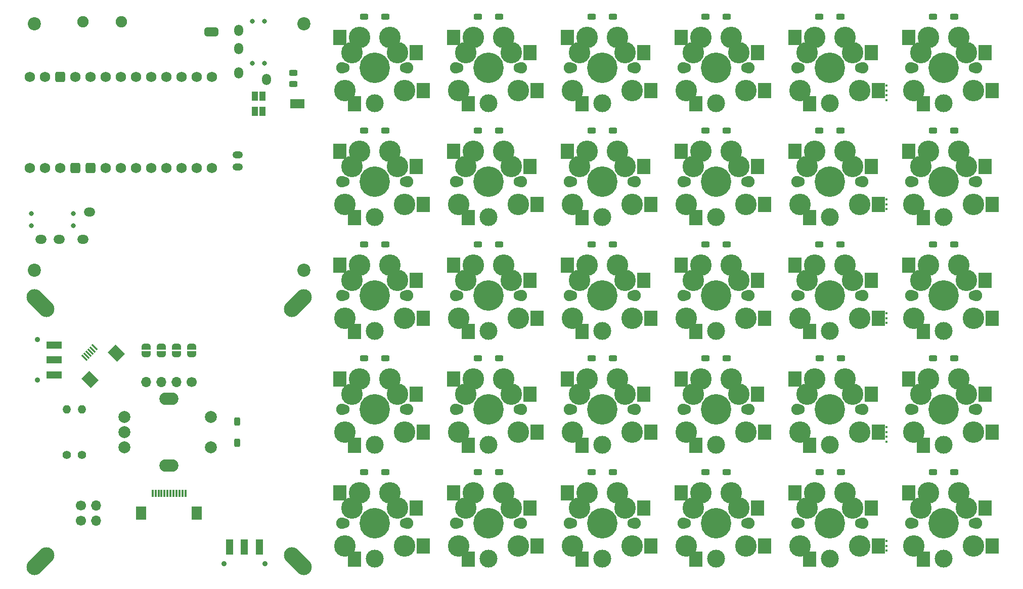
<source format=gbr>
%TF.GenerationSoftware,KiCad,Pcbnew,9.0.5-9.0.5~ubuntu24.04.1*%
%TF.CreationDate,2025-11-20T23:24:55+08:00*%
%TF.ProjectId,TPS,5450532e-6b69-4636-9164-5f7063625858,rev?*%
%TF.SameCoordinates,Original*%
%TF.FileFunction,Soldermask,Top*%
%TF.FilePolarity,Negative*%
%FSLAX46Y46*%
G04 Gerber Fmt 4.6, Leading zero omitted, Abs format (unit mm)*
G04 Created by KiCad (PCBNEW 9.0.5-9.0.5~ubuntu24.04.1) date 2025-11-20 23:24:55*
%MOMM*%
%LPD*%
G01*
G04 APERTURE LIST*
G04 Aperture macros list*
%AMRoundRect*
0 Rectangle with rounded corners*
0 $1 Rounding radius*
0 $2 $3 $4 $5 $6 $7 $8 $9 X,Y pos of 4 corners*
0 Add a 4 corners polygon primitive as box body*
4,1,4,$2,$3,$4,$5,$6,$7,$8,$9,$2,$3,0*
0 Add four circle primitives for the rounded corners*
1,1,$1+$1,$2,$3*
1,1,$1+$1,$4,$5*
1,1,$1+$1,$6,$7*
1,1,$1+$1,$8,$9*
0 Add four rect primitives between the rounded corners*
20,1,$1+$1,$2,$3,$4,$5,0*
20,1,$1+$1,$4,$5,$6,$7,0*
20,1,$1+$1,$6,$7,$8,$9,0*
20,1,$1+$1,$8,$9,$2,$3,0*%
%AMHorizOval*
0 Thick line with rounded ends*
0 $1 width*
0 $2 $3 position (X,Y) of the first rounded end (center of the circle)*
0 $4 $5 position (X,Y) of the second rounded end (center of the circle)*
0 Add line between two ends*
20,1,$1,$2,$3,$4,$5,0*
0 Add two circle primitives to create the rounded ends*
1,1,$1,$2,$3*
1,1,$1,$4,$5*%
%AMRotRect*
0 Rectangle, with rotation*
0 The origin of the aperture is its center*
0 $1 length*
0 $2 width*
0 $3 Rotation angle, in degrees counterclockwise*
0 Add horizontal line*
21,1,$1,$2,0,0,$3*%
%AMOutline4P*
0 Free polygon, 4 corners , with rotation*
0 The origin of the aperture is its center*
0 number of corners: always 4*
0 $1 to $8 corner X, Y*
0 $9 Rotation angle, in degrees counterclockwise*
0 create outline with 4 corners*
4,1,4,$1,$2,$3,$4,$5,$6,$7,$8,$1,$2,$9*%
%AMFreePoly0*
4,1,23,0.500000,-0.750000,0.000000,-0.750000,0.000000,-0.745722,-0.065263,-0.745722,-0.191342,-0.711940,-0.304381,-0.646677,-0.396677,-0.554381,-0.461940,-0.441342,-0.495722,-0.315263,-0.495722,-0.250000,-0.500000,-0.250000,-0.500000,0.250000,-0.495722,0.250000,-0.495722,0.315263,-0.461940,0.441342,-0.396677,0.554381,-0.304381,0.646677,-0.191342,0.711940,-0.065263,0.745722,0.000000,0.745722,
0.000000,0.750000,0.500000,0.750000,0.500000,-0.750000,0.500000,-0.750000,$1*%
%AMFreePoly1*
4,1,23,0.000000,0.745722,0.065263,0.745722,0.191342,0.711940,0.304381,0.646677,0.396677,0.554381,0.461940,0.441342,0.495722,0.315263,0.495722,0.250000,0.500000,0.250000,0.500000,-0.250000,0.495722,-0.250000,0.495722,-0.315263,0.461940,-0.441342,0.396677,-0.554381,0.304381,-0.646677,0.191342,-0.711940,0.065263,-0.745722,0.000000,-0.745722,0.000000,-0.750000,-0.500000,-0.750000,
-0.500000,0.750000,0.000000,0.750000,0.000000,0.745722,0.000000,0.745722,$1*%
G04 Aperture macros list end*
%ADD10C,0.800000*%
%ADD11O,1.900000X1.500000*%
%ADD12O,1.500000X1.900000*%
%ADD13RoundRect,0.250000X-0.450000X-0.250000X0.450000X-0.250000X0.450000X0.250000X-0.450000X0.250000X0*%
%ADD14HorizOval,2.700000X0.989949X0.989949X-0.989949X-0.989949X0*%
%ADD15C,0.450000*%
%ADD16C,1.900000*%
%ADD17C,1.750000*%
%ADD18C,5.100000*%
%ADD19C,3.000000*%
%ADD20Outline4P,-1.079500X-1.250000X1.079500X-1.250000X1.079500X1.250000X-1.079500X1.250000X180.000000*%
%ADD21C,3.600000*%
%ADD22C,2.200000*%
%ADD23R,1.000000X1.500000*%
%ADD24FreePoly0,90.000000*%
%ADD25FreePoly1,90.000000*%
%ADD26RoundRect,0.250000X-0.250000X0.450000X-0.250000X-0.450000X0.250000X-0.450000X0.250000X0.450000X0*%
%ADD27C,2.000000*%
%ADD28O,3.200000X2.100000*%
%ADD29C,1.400000*%
%ADD30O,1.400000X1.400000*%
%ADD31RotRect,0.300000X1.300000X45.000000*%
%ADD32RotRect,1.800000X2.200000X45.000000*%
%ADD33HorizOval,2.700000X-0.989949X-0.989949X0.989949X0.989949X0*%
%ADD34FreePoly0,0.000000*%
%ADD35FreePoly1,0.000000*%
%ADD36RoundRect,0.243750X0.456250X-0.243750X0.456250X0.243750X-0.456250X0.243750X-0.456250X-0.243750X0*%
%ADD37C,0.900000*%
%ADD38Outline4P,-0.600000X-1.250000X0.600000X-1.250000X0.600000X1.250000X-0.600000X1.250000X270.000000*%
%ADD39C,1.700000*%
%ADD40O,1.700000X1.700000*%
%ADD41HorizOval,2.700000X-0.989949X0.989949X0.989949X-0.989949X0*%
%ADD42O,1.750000X1.200000*%
%ADD43R,0.300000X1.300000*%
%ADD44R,1.800000X2.200000*%
%ADD45Outline4P,-0.600000X-1.250000X0.600000X-1.250000X0.600000X1.250000X-0.600000X1.250000X0.000000*%
%ADD46C,1.752600*%
%ADD47RoundRect,0.438150X0.438150X0.438150X-0.438150X0.438150X-0.438150X-0.438150X0.438150X-0.438150X0*%
G04 APERTURE END LIST*
%TO.C,JP15*%
G36*
X84560000Y-43783000D02*
G01*
X84860000Y-43783000D01*
X84860000Y-45283000D01*
X84560000Y-45283000D01*
X84560000Y-43783000D01*
G37*
%TO.C,JP13*%
G36*
X70166000Y-31751000D02*
G01*
X70466000Y-31751000D01*
X70466000Y-33251000D01*
X70166000Y-33251000D01*
X70166000Y-31751000D01*
G37*
%TD*%
D10*
%TO.C,J9*%
X40211000Y-64938000D03*
X47211000Y-64938000D03*
X40211000Y-62938000D03*
X47211000Y-62938000D03*
D11*
X44811000Y-67238000D03*
X41763000Y-67238000D03*
X49911000Y-62638000D03*
X48811000Y-67238000D03*
%TD*%
D10*
%TO.C,J10*%
X77214000Y-30750000D03*
X77214000Y-37750000D03*
X79214000Y-30750000D03*
X79214000Y-37750000D03*
D12*
X74914000Y-35350000D03*
X74914000Y-32302000D03*
X79514000Y-40450000D03*
X74914000Y-39350000D03*
%TD*%
D13*
%TO.C,D17*%
X153025000Y-49050000D03*
X156575000Y-49050000D03*
%TD*%
D14*
%TO.C,H10*%
X84775000Y-77936000D03*
%TD*%
D13*
%TO.C,D26*%
X172205000Y-106200000D03*
X175755000Y-106200000D03*
%TD*%
D15*
%TO.C,H16*%
X183375000Y-101075000D03*
X183375000Y-100275000D03*
X183375000Y-99475000D03*
X183375000Y-98675000D03*
%TD*%
D16*
%TO.C,K20*%
X149300000Y-114725000D03*
D17*
X149720000Y-114725000D03*
D18*
X154800000Y-114725000D03*
D19*
X154800000Y-120625000D03*
D17*
X159880000Y-114725000D03*
D16*
X160300000Y-114725000D03*
D20*
X149004000Y-109645000D03*
D21*
X149800000Y-118525000D03*
X150990000Y-112185000D03*
D20*
X151419000Y-120725000D03*
D21*
X152260000Y-109645000D03*
X157340000Y-109645000D03*
X158610000Y-112185000D03*
X159800000Y-118525000D03*
D20*
X161797000Y-112185000D03*
X162971000Y-118525000D03*
%TD*%
D22*
%TO.C,H7*%
X85775000Y-31200000D03*
%TD*%
D23*
%TO.C,JP15*%
X84060000Y-44533000D03*
X85360000Y-44533000D03*
%TD*%
D16*
%TO.C,K21*%
X168350000Y-38525000D03*
D17*
X168770000Y-38525000D03*
D18*
X173850000Y-38525000D03*
D19*
X173850000Y-44425000D03*
D17*
X178930000Y-38525000D03*
D16*
X179350000Y-38525000D03*
D20*
X168054000Y-33445000D03*
D21*
X168850000Y-42325000D03*
X170040000Y-35985000D03*
D20*
X170469000Y-44525000D03*
D21*
X171310000Y-33445000D03*
X176390000Y-33445000D03*
X177660000Y-35985000D03*
X178850000Y-42325000D03*
D20*
X180847000Y-35985000D03*
X182021000Y-42325000D03*
%TD*%
D13*
%TO.C,D2*%
X95875000Y-49050000D03*
X99425000Y-49050000D03*
%TD*%
%TO.C,D16*%
X153025000Y-30000000D03*
X156575000Y-30000000D03*
%TD*%
%TO.C,D23*%
X172075000Y-68100000D03*
X175625000Y-68100000D03*
%TD*%
D16*
%TO.C,K4*%
X92150000Y-95675000D03*
D17*
X92570000Y-95675000D03*
D18*
X97650000Y-95675000D03*
D19*
X97650000Y-101575000D03*
D17*
X102730000Y-95675000D03*
D16*
X103150000Y-95675000D03*
D20*
X91854000Y-90595000D03*
D21*
X92650000Y-99475000D03*
X93840000Y-93135000D03*
D20*
X94269000Y-101675000D03*
D21*
X95110000Y-90595000D03*
X100190000Y-90595000D03*
X101460000Y-93135000D03*
X102650000Y-99475000D03*
D20*
X104647000Y-93135000D03*
X105821000Y-99475000D03*
%TD*%
D16*
%TO.C,K5*%
X92150000Y-114725000D03*
D17*
X92570000Y-114725000D03*
D18*
X97650000Y-114725000D03*
D19*
X97650000Y-120625000D03*
D17*
X102730000Y-114725000D03*
D16*
X103150000Y-114725000D03*
D20*
X91854000Y-109645000D03*
D21*
X92650000Y-118525000D03*
X93840000Y-112185000D03*
D20*
X94269000Y-120725000D03*
D21*
X95110000Y-109645000D03*
X100190000Y-109645000D03*
X101460000Y-112185000D03*
X102650000Y-118525000D03*
D20*
X104647000Y-112185000D03*
X105821000Y-118525000D03*
%TD*%
D13*
%TO.C,D29*%
X191125000Y-68100000D03*
X194675000Y-68100000D03*
%TD*%
D16*
%TO.C,K2*%
X92150000Y-57575000D03*
D17*
X92570000Y-57575000D03*
D18*
X97650000Y-57575000D03*
D19*
X97650000Y-63475000D03*
D17*
X102730000Y-57575000D03*
D16*
X103150000Y-57575000D03*
D20*
X91854000Y-52495000D03*
D21*
X92650000Y-61375000D03*
X93840000Y-55035000D03*
D20*
X94269000Y-63575000D03*
D21*
X95110000Y-52495000D03*
X100190000Y-52495000D03*
X101460000Y-55035000D03*
X102650000Y-61375000D03*
D20*
X104647000Y-55035000D03*
X105821000Y-61375000D03*
%TD*%
D13*
%TO.C,D8*%
X114925000Y-68100000D03*
X118475000Y-68100000D03*
%TD*%
D16*
%TO.C,K9*%
X111200000Y-95675000D03*
D17*
X111620000Y-95675000D03*
D18*
X116700000Y-95675000D03*
D19*
X116700000Y-101575000D03*
D17*
X121780000Y-95675000D03*
D16*
X122200000Y-95675000D03*
D20*
X110904000Y-90595000D03*
D21*
X111700000Y-99475000D03*
X112890000Y-93135000D03*
D20*
X113319000Y-101675000D03*
D21*
X114160000Y-90595000D03*
X119240000Y-90595000D03*
X120510000Y-93135000D03*
X121700000Y-99475000D03*
D20*
X123697000Y-93135000D03*
X124871000Y-99475000D03*
%TD*%
D16*
%TO.C,K12*%
X130250000Y-57575000D03*
D17*
X130670000Y-57575000D03*
D18*
X135750000Y-57575000D03*
D19*
X135750000Y-63475000D03*
D17*
X140830000Y-57575000D03*
D16*
X141250000Y-57575000D03*
D20*
X129954000Y-52495000D03*
D21*
X130750000Y-61375000D03*
X131940000Y-55035000D03*
D20*
X132369000Y-63575000D03*
D21*
X133210000Y-52495000D03*
X138290000Y-52495000D03*
X139560000Y-55035000D03*
X140750000Y-61375000D03*
D20*
X142747000Y-55035000D03*
X143921000Y-61375000D03*
%TD*%
D13*
%TO.C,D3*%
X95875000Y-68100000D03*
X99425000Y-68100000D03*
%TD*%
D16*
%TO.C,K27*%
X187400000Y-38525000D03*
D17*
X187820000Y-38525000D03*
D18*
X192900000Y-38525000D03*
D19*
X192900000Y-44425000D03*
D17*
X197980000Y-38525000D03*
D16*
X198400000Y-38525000D03*
D20*
X187104000Y-33445000D03*
D21*
X187900000Y-42325000D03*
X189090000Y-35985000D03*
D20*
X189519000Y-44525000D03*
D21*
X190360000Y-33445000D03*
X195440000Y-33445000D03*
X196710000Y-35985000D03*
X197900000Y-42325000D03*
D20*
X199897000Y-35985000D03*
X201071000Y-42325000D03*
%TD*%
D22*
%TO.C,H3*%
X85775000Y-72386000D03*
%TD*%
D13*
%TO.C,D1*%
X95875000Y-30000000D03*
X99425000Y-30000000D03*
%TD*%
%TO.C,D9*%
X114925000Y-87150000D03*
X118475000Y-87150000D03*
%TD*%
D16*
%TO.C,K1*%
X92150000Y-38525000D03*
D17*
X92570000Y-38525000D03*
D18*
X97650000Y-38525000D03*
D19*
X97650000Y-44425000D03*
D17*
X102730000Y-38525000D03*
D16*
X103150000Y-38525000D03*
D20*
X91854000Y-33445000D03*
D21*
X92650000Y-42325000D03*
X93840000Y-35985000D03*
D20*
X94269000Y-44525000D03*
D21*
X95110000Y-33445000D03*
X100190000Y-33445000D03*
X101460000Y-35985000D03*
X102650000Y-42325000D03*
D20*
X104647000Y-35985000D03*
X105821000Y-42325000D03*
%TD*%
D15*
%TO.C,H17*%
X183375000Y-119325000D03*
X183375000Y-118525000D03*
X183375000Y-117725000D03*
%TD*%
D16*
%TO.C,K22*%
X168350000Y-57575000D03*
D17*
X168770000Y-57575000D03*
D18*
X173850000Y-57575000D03*
D19*
X173850000Y-63475000D03*
D17*
X178930000Y-57575000D03*
D16*
X179350000Y-57575000D03*
D20*
X168054000Y-52495000D03*
D21*
X168850000Y-61375000D03*
X170040000Y-55035000D03*
D20*
X170469000Y-63575000D03*
D21*
X171310000Y-52495000D03*
X176390000Y-52495000D03*
X177660000Y-55035000D03*
X178850000Y-61375000D03*
D20*
X180847000Y-55035000D03*
X182021000Y-61375000D03*
%TD*%
D16*
%TO.C,K11*%
X130250000Y-38525000D03*
D17*
X130670000Y-38525000D03*
D18*
X135750000Y-38525000D03*
D19*
X135750000Y-44425000D03*
D17*
X140830000Y-38525000D03*
D16*
X141250000Y-38525000D03*
D20*
X129954000Y-33445000D03*
D21*
X130750000Y-42325000D03*
X131940000Y-35985000D03*
D20*
X132369000Y-44525000D03*
D21*
X133210000Y-33445000D03*
X138290000Y-33445000D03*
X139560000Y-35985000D03*
X140750000Y-42325000D03*
D20*
X142747000Y-35985000D03*
X143921000Y-42325000D03*
%TD*%
D16*
%TO.C,K29*%
X187400000Y-76625000D03*
D17*
X187820000Y-76625000D03*
D18*
X192900000Y-76625000D03*
D19*
X192900000Y-82525000D03*
D17*
X197980000Y-76625000D03*
D16*
X198400000Y-76625000D03*
D20*
X187104000Y-71545000D03*
D21*
X187900000Y-80425000D03*
X189090000Y-74085000D03*
D20*
X189519000Y-82625000D03*
D21*
X190360000Y-71545000D03*
X195440000Y-71545000D03*
X196710000Y-74085000D03*
X197900000Y-80425000D03*
D20*
X199897000Y-74085000D03*
X201071000Y-80425000D03*
%TD*%
D22*
%TO.C,H6*%
X40661000Y-31200000D03*
%TD*%
D15*
%TO.C,H15*%
X183375000Y-81225000D03*
X183375000Y-80425000D03*
X183375000Y-79625000D03*
%TD*%
D16*
%TO.C,K28*%
X187400000Y-57575000D03*
D17*
X187820000Y-57575000D03*
D18*
X192900000Y-57575000D03*
D19*
X192900000Y-63475000D03*
D17*
X197980000Y-57575000D03*
D16*
X198400000Y-57575000D03*
D20*
X187104000Y-52495000D03*
D21*
X187900000Y-61375000D03*
X189090000Y-55035000D03*
D20*
X189519000Y-63575000D03*
D21*
X190360000Y-52495000D03*
X195440000Y-52495000D03*
X196710000Y-55035000D03*
X197900000Y-61375000D03*
D20*
X199897000Y-55035000D03*
X201071000Y-61375000D03*
%TD*%
D13*
%TO.C,D24*%
X172205000Y-87150000D03*
X175755000Y-87150000D03*
%TD*%
D24*
%TO.C,JP5*%
X67027500Y-86493000D03*
D25*
X67027500Y-85193000D03*
%TD*%
D16*
%TO.C,K30*%
X187400000Y-95675000D03*
D17*
X187820000Y-95675000D03*
D18*
X192900000Y-95675000D03*
D19*
X192900000Y-101575000D03*
D17*
X197980000Y-95675000D03*
D16*
X198400000Y-95675000D03*
D20*
X187104000Y-90595000D03*
D21*
X187900000Y-99475000D03*
X189090000Y-93135000D03*
D20*
X189519000Y-101675000D03*
D21*
X190360000Y-90595000D03*
X195440000Y-90595000D03*
X196710000Y-93135000D03*
X197900000Y-99475000D03*
D20*
X199897000Y-93135000D03*
X201071000Y-99475000D03*
%TD*%
D13*
%TO.C,D15*%
X133975000Y-106200000D03*
X137525000Y-106200000D03*
%TD*%
%TO.C,D11*%
X133975000Y-30000000D03*
X137525000Y-30000000D03*
%TD*%
D26*
%TO.C,D25*%
X74638000Y-97718000D03*
X74638000Y-101268000D03*
%TD*%
D16*
%TO.C,K23*%
X168350000Y-76625000D03*
D17*
X168770000Y-76625000D03*
D18*
X173850000Y-76625000D03*
D19*
X173850000Y-82525000D03*
D17*
X178930000Y-76625000D03*
D16*
X179350000Y-76625000D03*
D20*
X168054000Y-71545000D03*
D21*
X168850000Y-80425000D03*
X170040000Y-74085000D03*
D20*
X170469000Y-82625000D03*
D21*
X171310000Y-71545000D03*
X176390000Y-71545000D03*
X177660000Y-74085000D03*
X178850000Y-80425000D03*
D20*
X180847000Y-74085000D03*
X182021000Y-80425000D03*
%TD*%
D13*
%TO.C,D5*%
X95875000Y-106200000D03*
X99425000Y-106200000D03*
%TD*%
D16*
%TO.C,K6*%
X111200000Y-38525000D03*
D17*
X111620000Y-38525000D03*
D18*
X116700000Y-38525000D03*
D19*
X116700000Y-44425000D03*
D17*
X121780000Y-38525000D03*
D16*
X122200000Y-38525000D03*
D20*
X110904000Y-33445000D03*
D21*
X111700000Y-42325000D03*
X112890000Y-35985000D03*
D20*
X113319000Y-44525000D03*
D21*
X114160000Y-33445000D03*
X119240000Y-33445000D03*
X120510000Y-35985000D03*
X121700000Y-42325000D03*
D20*
X123697000Y-35985000D03*
X124871000Y-42325000D03*
%TD*%
D13*
%TO.C,D18*%
X153025000Y-68100000D03*
X156575000Y-68100000D03*
%TD*%
%TO.C,D14*%
X133975000Y-87150000D03*
X137525000Y-87150000D03*
%TD*%
%TO.C,D13*%
X133975000Y-68100000D03*
X137525000Y-68100000D03*
%TD*%
%TO.C,D27*%
X191125000Y-30000000D03*
X194675000Y-30000000D03*
%TD*%
D27*
%TO.C,K25*%
X55718000Y-96993000D03*
X55718000Y-101993000D03*
X55718000Y-99493000D03*
D28*
X63218000Y-93893000D03*
X63218000Y-105093000D03*
D27*
X70218000Y-96993000D03*
X70218000Y-101993000D03*
%TD*%
D16*
%TO.C,K17*%
X149300000Y-57575000D03*
D17*
X149720000Y-57575000D03*
D18*
X154800000Y-57575000D03*
D19*
X154800000Y-63475000D03*
D17*
X159880000Y-57575000D03*
D16*
X160300000Y-57575000D03*
D20*
X149004000Y-52495000D03*
D21*
X149800000Y-61375000D03*
X150990000Y-55035000D03*
D20*
X151419000Y-63575000D03*
D21*
X152260000Y-52495000D03*
X157340000Y-52495000D03*
X158610000Y-55035000D03*
X159800000Y-61375000D03*
D20*
X161797000Y-55035000D03*
X162971000Y-61375000D03*
%TD*%
D29*
%TO.C,R1*%
X46110000Y-103303000D03*
D30*
X46110000Y-95683000D03*
%TD*%
D31*
%TO.C,J5*%
X49025969Y-87068736D03*
X49379522Y-86715183D03*
X49733076Y-86361629D03*
X50086629Y-86008076D03*
X50440183Y-85654522D03*
X50793736Y-85300969D03*
D32*
X49980563Y-90710336D03*
X54435336Y-86255563D03*
%TD*%
D13*
%TO.C,D6*%
X114925000Y-30000000D03*
X118475000Y-30000000D03*
%TD*%
D33*
%TO.C,H9*%
X41661000Y-121050000D03*
%TD*%
D16*
%TO.C,K15*%
X130250000Y-114725000D03*
D17*
X130670000Y-114725000D03*
D18*
X135750000Y-114725000D03*
D19*
X135750000Y-120625000D03*
D17*
X140830000Y-114725000D03*
D16*
X141250000Y-114725000D03*
D20*
X129954000Y-109645000D03*
D21*
X130750000Y-118525000D03*
X131940000Y-112185000D03*
D20*
X132369000Y-120725000D03*
D21*
X133210000Y-109645000D03*
X138290000Y-109645000D03*
X139560000Y-112185000D03*
X140750000Y-118525000D03*
D20*
X142747000Y-112185000D03*
X143921000Y-118525000D03*
%TD*%
D34*
%TO.C,JP13*%
X69666000Y-32501000D03*
D35*
X70966000Y-32501000D03*
%TD*%
D36*
%TO.C,F2*%
X84060000Y-41217500D03*
X84060000Y-39342500D03*
%TD*%
D13*
%TO.C,D20*%
X153025000Y-106200000D03*
X156575000Y-106200000D03*
%TD*%
%TO.C,D22*%
X172075000Y-49050000D03*
X175625000Y-49050000D03*
%TD*%
D24*
%TO.C,JP7*%
X61947500Y-86493000D03*
D25*
X61947500Y-85193000D03*
%TD*%
D23*
%TO.C,JP1*%
X78864000Y-45803000D03*
X77564000Y-45803000D03*
%TD*%
D37*
%TO.C,SW2*%
X41214000Y-84000000D03*
X41214000Y-90800000D03*
D38*
X43964000Y-84900000D03*
X43964000Y-87400000D03*
X43964000Y-89900000D03*
%TD*%
D23*
%TO.C,JP2*%
X78864000Y-43263000D03*
X77564000Y-43263000D03*
%TD*%
D16*
%TO.C,SW1*%
X55271000Y-30823000D03*
X48771000Y-30823000D03*
%TD*%
%TO.C,K18*%
X149300000Y-76625000D03*
D17*
X149720000Y-76625000D03*
D18*
X154800000Y-76625000D03*
D19*
X154800000Y-82525000D03*
D17*
X159880000Y-76625000D03*
D16*
X160300000Y-76625000D03*
D20*
X149004000Y-71545000D03*
D21*
X149800000Y-80425000D03*
X150990000Y-74085000D03*
D20*
X151419000Y-82625000D03*
D21*
X152260000Y-71545000D03*
X157340000Y-71545000D03*
X158610000Y-74085000D03*
X159800000Y-80425000D03*
D20*
X161797000Y-74085000D03*
X162971000Y-80425000D03*
%TD*%
D39*
%TO.C,J7*%
X48439000Y-114272000D03*
D40*
X50979000Y-114272000D03*
%TD*%
D13*
%TO.C,D4*%
X95875000Y-87150000D03*
X99425000Y-87150000D03*
%TD*%
D22*
%TO.C,H2*%
X40661000Y-72386000D03*
%TD*%
D16*
%TO.C,K7*%
X111200000Y-57575000D03*
D17*
X111620000Y-57575000D03*
D18*
X116700000Y-57575000D03*
D19*
X116700000Y-63475000D03*
D17*
X121780000Y-57575000D03*
D16*
X122200000Y-57575000D03*
D20*
X110904000Y-52495000D03*
D21*
X111700000Y-61375000D03*
X112890000Y-55035000D03*
D20*
X113319000Y-63575000D03*
D21*
X114160000Y-52495000D03*
X119240000Y-52495000D03*
X120510000Y-55035000D03*
X121700000Y-61375000D03*
D20*
X123697000Y-55035000D03*
X124871000Y-61375000D03*
%TD*%
D16*
%TO.C,K14*%
X130250000Y-95675000D03*
D17*
X130670000Y-95675000D03*
D18*
X135750000Y-95675000D03*
D19*
X135750000Y-101575000D03*
D17*
X140830000Y-95675000D03*
D16*
X141250000Y-95675000D03*
D20*
X129954000Y-90595000D03*
D21*
X130750000Y-99475000D03*
X131940000Y-93135000D03*
D20*
X132369000Y-101675000D03*
D21*
X133210000Y-90595000D03*
X138290000Y-90595000D03*
X139560000Y-93135000D03*
X140750000Y-99475000D03*
D20*
X142747000Y-93135000D03*
X143921000Y-99475000D03*
%TD*%
D13*
%TO.C,D19*%
X153025000Y-87150000D03*
X156575000Y-87150000D03*
%TD*%
D16*
%TO.C,K26*%
X168350000Y-114725000D03*
D17*
X168770000Y-114725000D03*
D18*
X173850000Y-114725000D03*
D19*
X173850000Y-120625000D03*
D17*
X178930000Y-114725000D03*
D16*
X179350000Y-114725000D03*
D20*
X168054000Y-109645000D03*
D21*
X168850000Y-118525000D03*
X170040000Y-112185000D03*
D20*
X170469000Y-120725000D03*
D21*
X171310000Y-109645000D03*
X176390000Y-109645000D03*
X177660000Y-112185000D03*
X178850000Y-118525000D03*
D20*
X180847000Y-112185000D03*
X182021000Y-118525000D03*
%TD*%
D16*
%TO.C,K19*%
X149300000Y-95675000D03*
D17*
X149720000Y-95675000D03*
D18*
X154800000Y-95675000D03*
D19*
X154800000Y-101575000D03*
D17*
X159880000Y-95675000D03*
D16*
X160300000Y-95675000D03*
D20*
X149004000Y-90595000D03*
D21*
X149800000Y-99475000D03*
X150990000Y-93135000D03*
D20*
X151419000Y-101675000D03*
D21*
X152260000Y-90595000D03*
X157340000Y-90595000D03*
X158610000Y-93135000D03*
X159800000Y-99475000D03*
D20*
X161797000Y-93135000D03*
X162971000Y-99475000D03*
%TD*%
D41*
%TO.C,H8*%
X41661000Y-77936000D03*
%TD*%
D13*
%TO.C,D10*%
X114925000Y-106200000D03*
X118475000Y-106200000D03*
%TD*%
D16*
%TO.C,K13*%
X130250000Y-76625000D03*
D17*
X130670000Y-76625000D03*
D18*
X135750000Y-76625000D03*
D19*
X135750000Y-82525000D03*
D17*
X140830000Y-76625000D03*
D16*
X141250000Y-76625000D03*
D20*
X129954000Y-71545000D03*
D21*
X130750000Y-80425000D03*
X131940000Y-74085000D03*
D20*
X132369000Y-82625000D03*
D21*
X133210000Y-71545000D03*
X138290000Y-71545000D03*
X139560000Y-74085000D03*
X140750000Y-80425000D03*
D20*
X142747000Y-74085000D03*
X143921000Y-80425000D03*
%TD*%
D13*
%TO.C,D12*%
X133975000Y-49050000D03*
X137525000Y-49050000D03*
%TD*%
D42*
%TO.C,J4*%
X74731000Y-55105000D03*
X74731000Y-53105000D03*
%TD*%
D13*
%TO.C,D31*%
X191125000Y-106200000D03*
X194675000Y-106200000D03*
%TD*%
D39*
%TO.C,J1*%
X67027500Y-91123000D03*
D40*
X64487500Y-91123000D03*
X61947500Y-91123000D03*
X59407500Y-91123000D03*
%TD*%
D16*
%TO.C,K8*%
X111200000Y-76625000D03*
D17*
X111620000Y-76625000D03*
D18*
X116700000Y-76625000D03*
D19*
X116700000Y-82525000D03*
D17*
X121780000Y-76625000D03*
D16*
X122200000Y-76625000D03*
D20*
X110904000Y-71545000D03*
D21*
X111700000Y-80425000D03*
X112890000Y-74085000D03*
D20*
X113319000Y-82625000D03*
D21*
X114160000Y-71545000D03*
X119240000Y-71545000D03*
X120510000Y-74085000D03*
X121700000Y-80425000D03*
D20*
X123697000Y-74085000D03*
X124871000Y-80425000D03*
%TD*%
D43*
%TO.C,J2*%
X60471000Y-109752000D03*
X60971000Y-109752000D03*
X61471000Y-109752000D03*
X61971000Y-109752000D03*
X62471000Y-109752000D03*
X62971000Y-109752000D03*
X63471000Y-109752000D03*
X63971000Y-109752000D03*
X64471000Y-109752000D03*
X64971000Y-109752000D03*
X65471000Y-109752000D03*
X65971000Y-109752000D03*
D44*
X58571000Y-113002000D03*
X67871000Y-113002000D03*
%TD*%
D39*
%TO.C,J8*%
X48439000Y-111732000D03*
D40*
X50979000Y-111732000D03*
%TD*%
D41*
%TO.C,H11*%
X84775000Y-121050000D03*
%TD*%
D15*
%TO.C,H16*%
X183375000Y-43925000D03*
X183375000Y-43125000D03*
X183375000Y-42325000D03*
X183375000Y-41525000D03*
%TD*%
D29*
%TO.C,R2*%
X48650000Y-103303000D03*
D30*
X48650000Y-95683000D03*
%TD*%
D13*
%TO.C,D28*%
X191125000Y-49050000D03*
X194675000Y-49050000D03*
%TD*%
%TO.C,D7*%
X114925000Y-49050000D03*
X118475000Y-49050000D03*
%TD*%
D16*
%TO.C,K3*%
X92150000Y-76625000D03*
D17*
X92570000Y-76625000D03*
D18*
X97650000Y-76625000D03*
D19*
X97650000Y-82525000D03*
D17*
X102730000Y-76625000D03*
D16*
X103150000Y-76625000D03*
D20*
X91854000Y-71545000D03*
D21*
X92650000Y-80425000D03*
X93840000Y-74085000D03*
D20*
X94269000Y-82625000D03*
D21*
X95110000Y-71545000D03*
X100190000Y-71545000D03*
X101460000Y-74085000D03*
X102650000Y-80425000D03*
D20*
X104647000Y-74085000D03*
X105821000Y-80425000D03*
%TD*%
D37*
%TO.C,SW3*%
X72452000Y-121497000D03*
X79252000Y-121497000D03*
D45*
X73352000Y-118747000D03*
X75852000Y-118747000D03*
X78352000Y-118747000D03*
%TD*%
D16*
%TO.C,K16*%
X149300000Y-38525000D03*
D17*
X149720000Y-38525000D03*
D18*
X154800000Y-38525000D03*
D19*
X154800000Y-44425000D03*
D17*
X159880000Y-38525000D03*
D16*
X160300000Y-38525000D03*
D20*
X149004000Y-33445000D03*
D21*
X149800000Y-42325000D03*
X150990000Y-35985000D03*
D20*
X151419000Y-44525000D03*
D21*
X152260000Y-33445000D03*
X157340000Y-33445000D03*
X158610000Y-35985000D03*
X159800000Y-42325000D03*
D20*
X161797000Y-35985000D03*
X162971000Y-42325000D03*
%TD*%
D13*
%TO.C,D30*%
X191125000Y-87150000D03*
X194675000Y-87150000D03*
%TD*%
D16*
%TO.C,K31*%
X187400000Y-114725000D03*
D17*
X187820000Y-114725000D03*
D18*
X192900000Y-114725000D03*
D19*
X192900000Y-120625000D03*
D17*
X197980000Y-114725000D03*
D16*
X198400000Y-114725000D03*
D20*
X187104000Y-109645000D03*
D21*
X187900000Y-118525000D03*
X189090000Y-112185000D03*
D20*
X189519000Y-120725000D03*
D21*
X190360000Y-109645000D03*
X195440000Y-109645000D03*
X196710000Y-112185000D03*
X197900000Y-118525000D03*
D20*
X199897000Y-112185000D03*
X201071000Y-118525000D03*
%TD*%
D16*
%TO.C,K10*%
X111200000Y-114725000D03*
D17*
X111620000Y-114725000D03*
D18*
X116700000Y-114725000D03*
D19*
X116700000Y-120625000D03*
D17*
X121780000Y-114725000D03*
D16*
X122200000Y-114725000D03*
D20*
X110904000Y-109645000D03*
D21*
X111700000Y-118525000D03*
X112890000Y-112185000D03*
D20*
X113319000Y-120725000D03*
D21*
X114160000Y-109645000D03*
X119240000Y-109645000D03*
X120510000Y-112185000D03*
X121700000Y-118525000D03*
D20*
X123697000Y-112185000D03*
X124871000Y-118525000D03*
%TD*%
D24*
%TO.C,JP6*%
X64487500Y-86493000D03*
D25*
X64487500Y-85193000D03*
%TD*%
D24*
%TO.C,JP8*%
X59407500Y-86493000D03*
D25*
X59407500Y-85193000D03*
%TD*%
D15*
%TO.C,H14*%
X183375000Y-62175000D03*
X183375000Y-61375000D03*
X183375000Y-60575000D03*
%TD*%
D16*
%TO.C,K24*%
X168350000Y-95675000D03*
D17*
X168770000Y-95675000D03*
D18*
X173850000Y-95675000D03*
D19*
X173850000Y-101575000D03*
D17*
X178930000Y-95675000D03*
D16*
X179350000Y-95675000D03*
D20*
X168054000Y-90595000D03*
D21*
X168850000Y-99475000D03*
X170040000Y-93135000D03*
D20*
X170469000Y-101675000D03*
D21*
X171310000Y-90595000D03*
X176390000Y-90595000D03*
X177660000Y-93135000D03*
X178850000Y-99475000D03*
D20*
X180847000Y-93135000D03*
X182021000Y-99475000D03*
%TD*%
D13*
%TO.C,D21*%
X172075000Y-30000000D03*
X175625000Y-30000000D03*
%TD*%
D46*
%TO.C,U1*%
X39881000Y-55330000D03*
X42421000Y-55330000D03*
X44961000Y-55330000D03*
D47*
X47501000Y-55330000D03*
X50041000Y-55330000D03*
D46*
X52581000Y-55330000D03*
X55121000Y-55330000D03*
X57661000Y-55330000D03*
X60201000Y-55330000D03*
X62741000Y-55330000D03*
X65281000Y-55330000D03*
X67821000Y-55330000D03*
X70361000Y-55330000D03*
X70361000Y-40090000D03*
X67821000Y-40090000D03*
X65281000Y-40090000D03*
X62741000Y-40090000D03*
X60201000Y-40090000D03*
X57661000Y-40090000D03*
X55121000Y-40090000D03*
X52581000Y-40090000D03*
X50041000Y-40090000D03*
X47501000Y-40090000D03*
D47*
X44961000Y-40090000D03*
D46*
X42421000Y-40090000D03*
X39881000Y-40090000D03*
%TD*%
M02*

</source>
